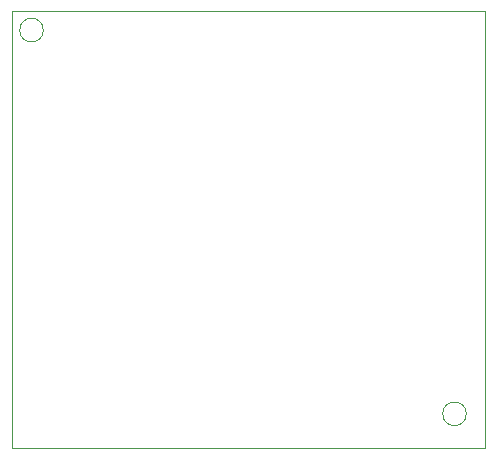
<source format=gm1>
G04 #@! TF.GenerationSoftware,KiCad,Pcbnew,9.0.0*
G04 #@! TF.CreationDate,2025-09-02T11:52:27+03:00*
G04 #@! TF.ProjectId,GSM_Adapter_Board_V1.0,47534d5f-4164-4617-9074-65725f426f61,rev?*
G04 #@! TF.SameCoordinates,Original*
G04 #@! TF.FileFunction,Profile,NP*
%FSLAX46Y46*%
G04 Gerber Fmt 4.6, Leading zero omitted, Abs format (unit mm)*
G04 Created by KiCad (PCBNEW 9.0.0) date 2025-09-02 11:52:27*
%MOMM*%
%LPD*%
G01*
G04 APERTURE LIST*
G04 #@! TA.AperFunction,Profile*
%ADD10C,0.100000*%
G04 #@! TD*
G04 #@! TA.AperFunction,Profile*
%ADD11C,0.050000*%
G04 #@! TD*
G04 APERTURE END LIST*
D10*
X148374802Y-112980000D02*
G75*
G02*
X146374802Y-112980000I-1000000J0D01*
G01*
X146374802Y-112980000D02*
G75*
G02*
X148374802Y-112980000I1000000J0D01*
G01*
D11*
X109920000Y-78850000D02*
X149930000Y-78850000D01*
D10*
X112560000Y-80490000D02*
G75*
G02*
X110560000Y-80490000I-1000000J0D01*
G01*
X110560000Y-80490000D02*
G75*
G02*
X112560000Y-80490000I1000000J0D01*
G01*
D11*
X149930000Y-115850000D02*
X109920000Y-115850000D01*
X109920000Y-115850000D02*
X109920000Y-78850000D01*
X149930000Y-78850000D02*
X149930000Y-115850000D01*
M02*

</source>
